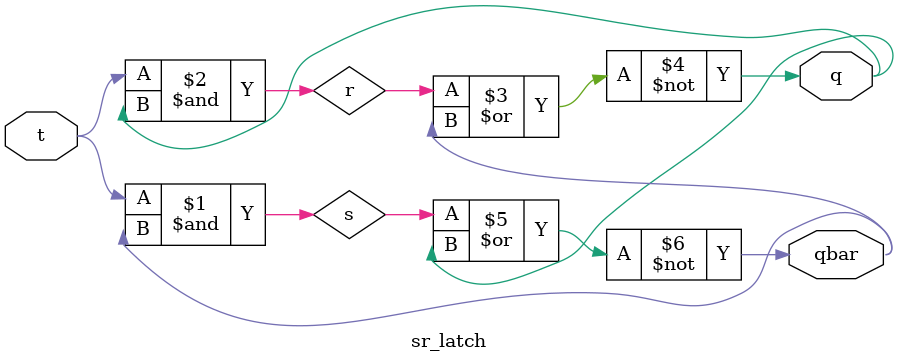
<source format=v>
/*
module jk_latch(t,q,qbar);
	input t;
	output reg q,qbar;
	reg j,k;
	
	initial begin
        q = 0;
        qbar = 1;
		    end
	
	always@(*)begin
			j=t;
		k=t;

		case({j,k})
			2'b00 :
			begin
				q=q;qbar=~q;
			end
			2'b01 :
			begin
				q=0;qbar=1;
			end
			2'b10 :
			begin 
				q=1;qbar=0;
			end
			default :
			begin
				q=~q;
				qbar=~qbar;
			end
		endcase
	end
endmodule
*/

//--> Structural Model

module sr_latch(t,q,qbar);
    input t;
    output q,qbar;
    wire s,r;

    and a0(s,t,qbar);   
    and a1(r,t,q);      

    nor g0(q,r,qbar);   
    nor g1(qbar,s,q);   
endmodule




</source>
